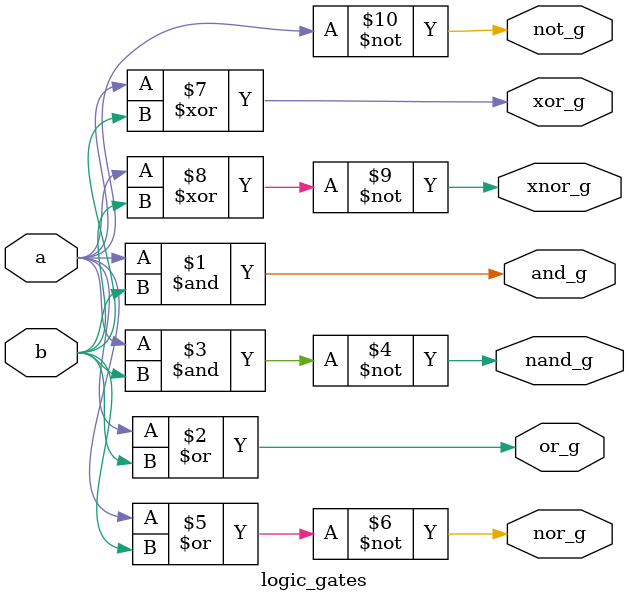
<source format=v>
`timescale 1ns / 1ps

module logic_gates(
    input a, b,
    output and_g,
    output or_g,
    output not_g,
    output nand_g,
    output nor_g,
    output xor_g,
    output xnor_g
    );
    
    and andgate(and_g, a, b);
    or orgate(or_g, a, b);
    not notgate(not_g, a);
    nand nandgate(nand_g, a, b);
    nor norgate(nor_g, a, b);
    xor xorgate(xor_g, a, b);
    xnor xnorgate(xnor_g, a, b);
endmodule

</source>
